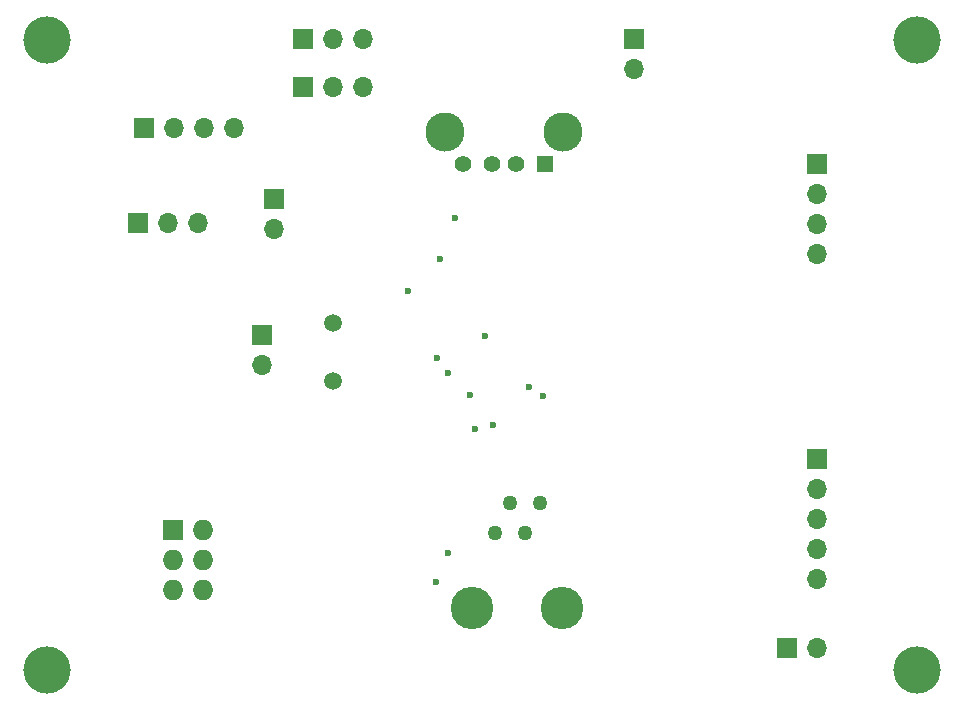
<source format=gbs>
%TF.GenerationSoftware,KiCad,Pcbnew,5.1.9+dfsg1-1~bpo10+1*%
%TF.CreationDate,2021-04-16T21:47:52+02:00*%
%TF.ProjectId,StandAlone-Adapter,5374616e-6441-46c6-9f6e-652d41646170,rev?*%
%TF.SameCoordinates,Original*%
%TF.FileFunction,Soldermask,Bot*%
%TF.FilePolarity,Negative*%
%FSLAX46Y46*%
G04 Gerber Fmt 4.6, Leading zero omitted, Abs format (unit mm)*
G04 Created by KiCad (PCBNEW 5.1.9+dfsg1-1~bpo10+1) date 2021-04-16 21:47:52*
%MOMM*%
%LPD*%
G01*
G04 APERTURE LIST*
%ADD10C,3.316000*%
%ADD11C,1.408000*%
%ADD12R,1.408000X1.408000*%
%ADD13O,1.700000X1.700000*%
%ADD14R,1.700000X1.700000*%
%ADD15C,4.000000*%
%ADD16C,1.270000*%
%ADD17C,3.600000*%
%ADD18O,1.727200X1.727200*%
%ADD19R,1.727200X1.727200*%
%ADD20C,1.500000*%
%ADD21C,0.600000*%
G04 APERTURE END LIST*
D10*
%TO.C,USB1*%
X145500000Y-76330000D03*
X155500000Y-76330000D03*
D11*
X147000000Y-79000000D03*
X149500000Y-79000000D03*
X151500000Y-79000000D03*
D12*
X154000000Y-79000000D03*
%TD*%
D13*
%TO.C,EN1*%
X130000000Y-96040000D03*
D14*
X130000000Y-93500000D03*
%TD*%
D15*
%TO.C,H1*%
X111760000Y-121920000D03*
%TD*%
%TO.C,H2*%
X185420000Y-68580000D03*
%TD*%
%TO.C,H3*%
X185420000Y-121920000D03*
%TD*%
%TO.C,H4*%
X111760000Y-68580000D03*
%TD*%
D16*
%TO.C,J1*%
X150965000Y-107770000D03*
D17*
X147790000Y-116650000D03*
X155410000Y-116650000D03*
D16*
X153505000Y-107770000D03*
X149695000Y-110300000D03*
X152235000Y-110300000D03*
%TD*%
D13*
%TO.C,J2*%
X138580000Y-72500000D03*
X136040000Y-72500000D03*
D14*
X133500000Y-72500000D03*
%TD*%
D18*
%TO.C,J3*%
X125040000Y-115080000D03*
X122500000Y-115080000D03*
X125040000Y-112540000D03*
X122500000Y-112540000D03*
X125040000Y-110000000D03*
D19*
X122500000Y-110000000D03*
%TD*%
D13*
%TO.C,J4*%
X127620000Y-76000000D03*
X125080000Y-76000000D03*
X122540000Y-76000000D03*
D14*
X120000000Y-76000000D03*
%TD*%
D13*
%TO.C,J5*%
X177000000Y-114160000D03*
X177000000Y-111620000D03*
X177000000Y-109080000D03*
X177000000Y-106540000D03*
D14*
X177000000Y-104000000D03*
%TD*%
D13*
%TO.C,J6*%
X138580000Y-68500000D03*
X136040000Y-68500000D03*
D14*
X133500000Y-68500000D03*
%TD*%
D13*
%TO.C,J7*%
X124580000Y-84000000D03*
X122040000Y-84000000D03*
D14*
X119500000Y-84000000D03*
%TD*%
D13*
%TO.C,J8*%
X177000000Y-120000000D03*
D14*
X174460000Y-120000000D03*
%TD*%
D13*
%TO.C,J9*%
X131000000Y-84540000D03*
D14*
X131000000Y-82000000D03*
%TD*%
D13*
%TO.C,J10*%
X177000000Y-86620000D03*
X177000000Y-84080000D03*
X177000000Y-81540000D03*
D14*
X177000000Y-79000000D03*
%TD*%
D13*
%TO.C,J11*%
X161500000Y-71040000D03*
D14*
X161500000Y-68500000D03*
%TD*%
D20*
%TO.C,XT1*%
X136000000Y-97380000D03*
X136000000Y-92500000D03*
%TD*%
D21*
X146341300Y-83579700D03*
X145753900Y-96749900D03*
X145052700Y-87103300D03*
X148907800Y-93596000D03*
X144715000Y-114445000D03*
X148008700Y-101438100D03*
X145732500Y-111935900D03*
X149550000Y-101163900D03*
X144833300Y-95463600D03*
X142346200Y-89769000D03*
X153770200Y-98654800D03*
X152576000Y-97912100D03*
X147633000Y-98596100D03*
M02*

</source>
